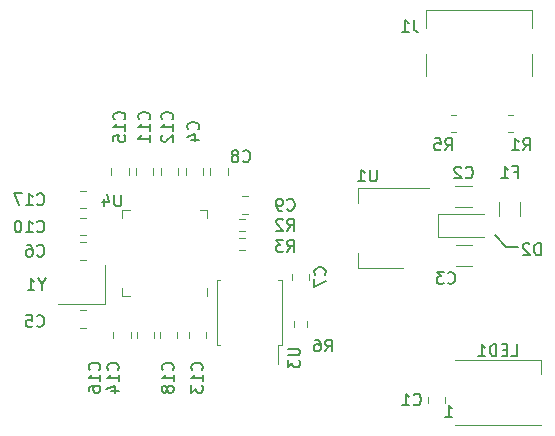
<source format=gbr>
%TF.GenerationSoftware,KiCad,Pcbnew,(6.0.7)*%
%TF.CreationDate,2022-09-06T16:20:22+10:00*%
%TF.ProjectId,SolderingInduction,536f6c64-6572-4696-9e67-496e64756374,3.0.0*%
%TF.SameCoordinates,PX7735940PY47868c0*%
%TF.FileFunction,Legend,Bot*%
%TF.FilePolarity,Positive*%
%FSLAX46Y46*%
G04 Gerber Fmt 4.6, Leading zero omitted, Abs format (unit mm)*
G04 Created by KiCad (PCBNEW (6.0.7)) date 2022-09-06 16:20:22*
%MOMM*%
%LPD*%
G01*
G04 APERTURE LIST*
%ADD10C,0.150000*%
%ADD11C,0.120000*%
G04 APERTURE END LIST*
D10*
X28900000Y525000D02*
X27925000Y1500000D01*
X29875000Y525000D02*
X28900000Y525000D01*
%TO.C,C7*%
X13537142Y-1833333D02*
X13584761Y-1785714D01*
X13632380Y-1642857D01*
X13632380Y-1547619D01*
X13584761Y-1404761D01*
X13489523Y-1309523D01*
X13394285Y-1261904D01*
X13203809Y-1214285D01*
X13060952Y-1214285D01*
X12870476Y-1261904D01*
X12775238Y-1309523D01*
X12680000Y-1404761D01*
X12632380Y-1547619D01*
X12632380Y-1642857D01*
X12680000Y-1785714D01*
X12727619Y-1833333D01*
X12632380Y-2166666D02*
X12632380Y-2833333D01*
X13632380Y-2404761D01*
%TO.C,R3*%
X10366666Y97620D02*
X10700000Y573810D01*
X10938095Y97620D02*
X10938095Y1097620D01*
X10557142Y1097620D01*
X10461904Y1050000D01*
X10414285Y1002381D01*
X10366666Y907143D01*
X10366666Y764286D01*
X10414285Y669048D01*
X10461904Y621429D01*
X10557142Y573810D01*
X10938095Y573810D01*
X10033333Y1097620D02*
X9414285Y1097620D01*
X9747619Y716667D01*
X9604761Y716667D01*
X9509523Y669048D01*
X9461904Y621429D01*
X9414285Y526191D01*
X9414285Y288096D01*
X9461904Y192858D01*
X9509523Y145239D01*
X9604761Y97620D01*
X9890476Y97620D01*
X9985714Y145239D01*
X10033333Y192858D01*
%TO.C,D2*%
X31813095Y-177380D02*
X31813095Y822620D01*
X31575000Y822620D01*
X31432142Y775000D01*
X31336904Y679762D01*
X31289285Y584524D01*
X31241666Y394048D01*
X31241666Y251191D01*
X31289285Y60715D01*
X31336904Y-34523D01*
X31432142Y-129761D01*
X31575000Y-177380D01*
X31813095Y-177380D01*
X30860714Y727381D02*
X30813095Y775000D01*
X30717857Y822620D01*
X30479761Y822620D01*
X30384523Y775000D01*
X30336904Y727381D01*
X30289285Y632143D01*
X30289285Y536905D01*
X30336904Y394048D01*
X30908333Y-177380D01*
X30289285Y-177380D01*
%TO.C,U1*%
X17936904Y7072620D02*
X17936904Y6263096D01*
X17889285Y6167858D01*
X17841666Y6120239D01*
X17746428Y6072620D01*
X17555952Y6072620D01*
X17460714Y6120239D01*
X17413095Y6167858D01*
X17365476Y6263096D01*
X17365476Y7072620D01*
X16365476Y6072620D02*
X16936904Y6072620D01*
X16651190Y6072620D02*
X16651190Y7072620D01*
X16746428Y6929762D01*
X16841666Y6834524D01*
X16936904Y6786905D01*
%TO.C,R2*%
X10366666Y1897620D02*
X10700000Y2373810D01*
X10938095Y1897620D02*
X10938095Y2897620D01*
X10557142Y2897620D01*
X10461904Y2850000D01*
X10414285Y2802381D01*
X10366666Y2707143D01*
X10366666Y2564286D01*
X10414285Y2469048D01*
X10461904Y2421429D01*
X10557142Y2373810D01*
X10938095Y2373810D01*
X9985714Y2802381D02*
X9938095Y2850000D01*
X9842857Y2897620D01*
X9604761Y2897620D01*
X9509523Y2850000D01*
X9461904Y2802381D01*
X9414285Y2707143D01*
X9414285Y2611905D01*
X9461904Y2469048D01*
X10033333Y1897620D01*
X9414285Y1897620D01*
%TO.C,U3*%
X10427380Y-8088095D02*
X11236904Y-8088095D01*
X11332142Y-8135714D01*
X11379761Y-8183333D01*
X11427380Y-8278571D01*
X11427380Y-8469047D01*
X11379761Y-8564285D01*
X11332142Y-8611904D01*
X11236904Y-8659523D01*
X10427380Y-8659523D01*
X10427380Y-9040476D02*
X10427380Y-9659523D01*
X10808333Y-9326190D01*
X10808333Y-9469047D01*
X10855952Y-9564285D01*
X10903571Y-9611904D01*
X10998809Y-9659523D01*
X11236904Y-9659523D01*
X11332142Y-9611904D01*
X11379761Y-9564285D01*
X11427380Y-9469047D01*
X11427380Y-9183333D01*
X11379761Y-9088095D01*
X11332142Y-9040476D01*
%TO.C,C14*%
X-3992858Y-9907142D02*
X-3945239Y-9859523D01*
X-3897620Y-9716666D01*
X-3897620Y-9621428D01*
X-3945239Y-9478571D01*
X-4040477Y-9383333D01*
X-4135715Y-9335714D01*
X-4326191Y-9288095D01*
X-4469048Y-9288095D01*
X-4659524Y-9335714D01*
X-4754762Y-9383333D01*
X-4850000Y-9478571D01*
X-4897620Y-9621428D01*
X-4897620Y-9716666D01*
X-4850000Y-9859523D01*
X-4802381Y-9907142D01*
X-3897620Y-10859523D02*
X-3897620Y-10288095D01*
X-3897620Y-10573809D02*
X-4897620Y-10573809D01*
X-4754762Y-10478571D01*
X-4659524Y-10383333D01*
X-4611905Y-10288095D01*
X-4564286Y-11716666D02*
X-3897620Y-11716666D01*
X-4945239Y-11478571D02*
X-4230953Y-11240476D01*
X-4230953Y-11859523D01*
%TO.C,C18*%
X657142Y-9907142D02*
X704761Y-9859523D01*
X752380Y-9716666D01*
X752380Y-9621428D01*
X704761Y-9478571D01*
X609523Y-9383333D01*
X514285Y-9335714D01*
X323809Y-9288095D01*
X180952Y-9288095D01*
X-9524Y-9335714D01*
X-104762Y-9383333D01*
X-200000Y-9478571D01*
X-247620Y-9621428D01*
X-247620Y-9716666D01*
X-200000Y-9859523D01*
X-152381Y-9907142D01*
X752380Y-10859523D02*
X752380Y-10288095D01*
X752380Y-10573809D02*
X-247620Y-10573809D01*
X-104762Y-10478571D01*
X-9524Y-10383333D01*
X38095Y-10288095D01*
X180952Y-11430952D02*
X133333Y-11335714D01*
X85714Y-11288095D01*
X-9524Y-11240476D01*
X-57143Y-11240476D01*
X-152381Y-11288095D01*
X-200000Y-11335714D01*
X-247620Y-11430952D01*
X-247620Y-11621428D01*
X-200000Y-11716666D01*
X-152381Y-11764285D01*
X-57143Y-11811904D01*
X-9524Y-11811904D01*
X85714Y-11764285D01*
X133333Y-11716666D01*
X180952Y-11621428D01*
X180952Y-11430952D01*
X228571Y-11335714D01*
X276190Y-11288095D01*
X371428Y-11240476D01*
X561904Y-11240476D01*
X657142Y-11288095D01*
X704761Y-11335714D01*
X752380Y-11430952D01*
X752380Y-11621428D01*
X704761Y-11716666D01*
X657142Y-11764285D01*
X561904Y-11811904D01*
X371428Y-11811904D01*
X276190Y-11764285D01*
X228571Y-11716666D01*
X180952Y-11621428D01*
%TO.C,LED1*%
X29319047Y-8727380D02*
X29795238Y-8727380D01*
X29795238Y-7727380D01*
X28985714Y-8203571D02*
X28652380Y-8203571D01*
X28509523Y-8727380D02*
X28985714Y-8727380D01*
X28985714Y-7727380D01*
X28509523Y-7727380D01*
X28080952Y-8727380D02*
X28080952Y-7727380D01*
X27842857Y-7727380D01*
X27700000Y-7775000D01*
X27604761Y-7870238D01*
X27557142Y-7965476D01*
X27509523Y-8155952D01*
X27509523Y-8298809D01*
X27557142Y-8489285D01*
X27604761Y-8584523D01*
X27700000Y-8679761D01*
X27842857Y-8727380D01*
X28080952Y-8727380D01*
X26557142Y-8727380D02*
X27128571Y-8727380D01*
X26842857Y-8727380D02*
X26842857Y-7727380D01*
X26938095Y-7870238D01*
X27033333Y-7965476D01*
X27128571Y-8013095D01*
X23764285Y-13852380D02*
X24335714Y-13852380D01*
X24050000Y-13852380D02*
X24050000Y-12852380D01*
X24145238Y-12995238D01*
X24240476Y-13090476D01*
X24335714Y-13138095D01*
%TO.C,C11*%
X-1342858Y11309525D02*
X-1295239Y11357144D01*
X-1247620Y11500001D01*
X-1247620Y11595239D01*
X-1295239Y11738096D01*
X-1390477Y11833334D01*
X-1485715Y11880953D01*
X-1676191Y11928572D01*
X-1819048Y11928572D01*
X-2009524Y11880953D01*
X-2104762Y11833334D01*
X-2200000Y11738096D01*
X-2247620Y11595239D01*
X-2247620Y11500001D01*
X-2200000Y11357144D01*
X-2152381Y11309525D01*
X-1247620Y10357144D02*
X-1247620Y10928572D01*
X-1247620Y10642858D02*
X-2247620Y10642858D01*
X-2104762Y10738096D01*
X-2009524Y10833334D01*
X-1961905Y10928572D01*
X-1247620Y9404763D02*
X-1247620Y9976191D01*
X-1247620Y9690477D02*
X-2247620Y9690477D01*
X-2104762Y9785715D01*
X-2009524Y9880953D01*
X-1961905Y9976191D01*
%TO.C,C15*%
X-3442858Y11309525D02*
X-3395239Y11357144D01*
X-3347620Y11500001D01*
X-3347620Y11595239D01*
X-3395239Y11738096D01*
X-3490477Y11833334D01*
X-3585715Y11880953D01*
X-3776191Y11928572D01*
X-3919048Y11928572D01*
X-4109524Y11880953D01*
X-4204762Y11833334D01*
X-4300000Y11738096D01*
X-4347620Y11595239D01*
X-4347620Y11500001D01*
X-4300000Y11357144D01*
X-4252381Y11309525D01*
X-3347620Y10357144D02*
X-3347620Y10928572D01*
X-3347620Y10642858D02*
X-4347620Y10642858D01*
X-4204762Y10738096D01*
X-4109524Y10833334D01*
X-4061905Y10928572D01*
X-4347620Y9452382D02*
X-4347620Y9928572D01*
X-3871429Y9976191D01*
X-3919048Y9928572D01*
X-3966667Y9833334D01*
X-3966667Y9595239D01*
X-3919048Y9500001D01*
X-3871429Y9452382D01*
X-3776191Y9404763D01*
X-3538096Y9404763D01*
X-3442858Y9452382D01*
X-3395239Y9500001D01*
X-3347620Y9595239D01*
X-3347620Y9833334D01*
X-3395239Y9928572D01*
X-3442858Y9976191D01*
%TO.C,C6*%
X-10807144Y-207142D02*
X-10759525Y-254761D01*
X-10616668Y-302380D01*
X-10521430Y-302380D01*
X-10378572Y-254761D01*
X-10283334Y-159523D01*
X-10235715Y-64285D01*
X-10188096Y126191D01*
X-10188096Y269048D01*
X-10235715Y459524D01*
X-10283334Y554762D01*
X-10378572Y650000D01*
X-10521430Y697620D01*
X-10616668Y697620D01*
X-10759525Y650000D01*
X-10807144Y602381D01*
X-11664287Y697620D02*
X-11473810Y697620D01*
X-11378572Y650000D01*
X-11330953Y602381D01*
X-11235715Y459524D01*
X-11188096Y269048D01*
X-11188096Y-111904D01*
X-11235715Y-207142D01*
X-11283334Y-254761D01*
X-11378572Y-302380D01*
X-11569049Y-302380D01*
X-11664287Y-254761D01*
X-11711906Y-207142D01*
X-11759525Y-111904D01*
X-11759525Y126191D01*
X-11711906Y221429D01*
X-11664287Y269048D01*
X-11569049Y316667D01*
X-11378572Y316667D01*
X-11283334Y269048D01*
X-11235715Y221429D01*
X-11188096Y126191D01*
%TO.C,Y1*%
X-10426191Y-2651190D02*
X-10426191Y-3127380D01*
X-10092858Y-2127380D02*
X-10426191Y-2651190D01*
X-10759524Y-2127380D01*
X-11616667Y-3127380D02*
X-11045239Y-3127380D01*
X-11330953Y-3127380D02*
X-11330953Y-2127380D01*
X-11235715Y-2270238D01*
X-11140477Y-2365476D01*
X-11045239Y-2413095D01*
%TO.C,C5*%
X-10833334Y-6157142D02*
X-10785715Y-6204761D01*
X-10642858Y-6252380D01*
X-10547620Y-6252380D01*
X-10404762Y-6204761D01*
X-10309524Y-6109523D01*
X-10261905Y-6014285D01*
X-10214286Y-5823809D01*
X-10214286Y-5680952D01*
X-10261905Y-5490476D01*
X-10309524Y-5395238D01*
X-10404762Y-5300000D01*
X-10547620Y-5252380D01*
X-10642858Y-5252380D01*
X-10785715Y-5300000D01*
X-10833334Y-5347619D01*
X-11738096Y-5252380D02*
X-11261905Y-5252380D01*
X-11214286Y-5728571D01*
X-11261905Y-5680952D01*
X-11357143Y-5633333D01*
X-11595239Y-5633333D01*
X-11690477Y-5680952D01*
X-11738096Y-5728571D01*
X-11785715Y-5823809D01*
X-11785715Y-6061904D01*
X-11738096Y-6157142D01*
X-11690477Y-6204761D01*
X-11595239Y-6252380D01*
X-11357143Y-6252380D01*
X-11261905Y-6204761D01*
X-11214286Y-6157142D01*
%TO.C,C9*%
X10366666Y3692858D02*
X10414285Y3645239D01*
X10557142Y3597620D01*
X10652380Y3597620D01*
X10795238Y3645239D01*
X10890476Y3740477D01*
X10938095Y3835715D01*
X10985714Y4026191D01*
X10985714Y4169048D01*
X10938095Y4359524D01*
X10890476Y4454762D01*
X10795238Y4550000D01*
X10652380Y4597620D01*
X10557142Y4597620D01*
X10414285Y4550000D01*
X10366666Y4502381D01*
X9890476Y3597620D02*
X9700000Y3597620D01*
X9604761Y3645239D01*
X9557142Y3692858D01*
X9461904Y3835715D01*
X9414285Y4026191D01*
X9414285Y4407143D01*
X9461904Y4502381D01*
X9509523Y4550000D01*
X9604761Y4597620D01*
X9795238Y4597620D01*
X9890476Y4550000D01*
X9938095Y4502381D01*
X9985714Y4407143D01*
X9985714Y4169048D01*
X9938095Y4073810D01*
X9890476Y4026191D01*
X9795238Y3978572D01*
X9604761Y3978572D01*
X9509523Y4026191D01*
X9461904Y4073810D01*
X9414285Y4169048D01*
%TO.C,R6*%
X13566666Y-8327380D02*
X13900000Y-7851190D01*
X14138095Y-8327380D02*
X14138095Y-7327380D01*
X13757142Y-7327380D01*
X13661904Y-7375000D01*
X13614285Y-7422619D01*
X13566666Y-7517857D01*
X13566666Y-7660714D01*
X13614285Y-7755952D01*
X13661904Y-7803571D01*
X13757142Y-7851190D01*
X14138095Y-7851190D01*
X12709523Y-7327380D02*
X12900000Y-7327380D01*
X12995238Y-7375000D01*
X13042857Y-7422619D01*
X13138095Y-7565476D01*
X13185714Y-7755952D01*
X13185714Y-8136904D01*
X13138095Y-8232142D01*
X13090476Y-8279761D01*
X12995238Y-8327380D01*
X12804761Y-8327380D01*
X12709523Y-8279761D01*
X12661904Y-8232142D01*
X12614285Y-8136904D01*
X12614285Y-7898809D01*
X12661904Y-7803571D01*
X12709523Y-7755952D01*
X12804761Y-7708333D01*
X12995238Y-7708333D01*
X13090476Y-7755952D01*
X13138095Y-7803571D01*
X13185714Y-7898809D01*
%TO.C,C3*%
X23966666Y-2507142D02*
X24014285Y-2554761D01*
X24157142Y-2602380D01*
X24252380Y-2602380D01*
X24395238Y-2554761D01*
X24490476Y-2459523D01*
X24538095Y-2364285D01*
X24585714Y-2173809D01*
X24585714Y-2030952D01*
X24538095Y-1840476D01*
X24490476Y-1745238D01*
X24395238Y-1650000D01*
X24252380Y-1602380D01*
X24157142Y-1602380D01*
X24014285Y-1650000D01*
X23966666Y-1697619D01*
X23633333Y-1602380D02*
X23014285Y-1602380D01*
X23347619Y-1983333D01*
X23204761Y-1983333D01*
X23109523Y-2030952D01*
X23061904Y-2078571D01*
X23014285Y-2173809D01*
X23014285Y-2411904D01*
X23061904Y-2507142D01*
X23109523Y-2554761D01*
X23204761Y-2602380D01*
X23490476Y-2602380D01*
X23585714Y-2554761D01*
X23633333Y-2507142D01*
%TO.C,C2*%
X25466666Y6417858D02*
X25514285Y6370239D01*
X25657142Y6322620D01*
X25752380Y6322620D01*
X25895238Y6370239D01*
X25990476Y6465477D01*
X26038095Y6560715D01*
X26085714Y6751191D01*
X26085714Y6894048D01*
X26038095Y7084524D01*
X25990476Y7179762D01*
X25895238Y7275000D01*
X25752380Y7322620D01*
X25657142Y7322620D01*
X25514285Y7275000D01*
X25466666Y7227381D01*
X25085714Y7227381D02*
X25038095Y7275000D01*
X24942857Y7322620D01*
X24704761Y7322620D01*
X24609523Y7275000D01*
X24561904Y7227381D01*
X24514285Y7132143D01*
X24514285Y7036905D01*
X24561904Y6894048D01*
X25133333Y6322620D01*
X24514285Y6322620D01*
%TO.C,R5*%
X23741666Y8697620D02*
X24075000Y9173810D01*
X24313095Y8697620D02*
X24313095Y9697620D01*
X23932142Y9697620D01*
X23836904Y9650000D01*
X23789285Y9602381D01*
X23741666Y9507143D01*
X23741666Y9364286D01*
X23789285Y9269048D01*
X23836904Y9221429D01*
X23932142Y9173810D01*
X24313095Y9173810D01*
X22836904Y9697620D02*
X23313095Y9697620D01*
X23360714Y9221429D01*
X23313095Y9269048D01*
X23217857Y9316667D01*
X22979761Y9316667D01*
X22884523Y9269048D01*
X22836904Y9221429D01*
X22789285Y9126191D01*
X22789285Y8888096D01*
X22836904Y8792858D01*
X22884523Y8745239D01*
X22979761Y8697620D01*
X23217857Y8697620D01*
X23313095Y8745239D01*
X23360714Y8792858D01*
%TO.C,C17*%
X-10807143Y4142858D02*
X-10759524Y4095239D01*
X-10616667Y4047620D01*
X-10521429Y4047620D01*
X-10378572Y4095239D01*
X-10283334Y4190477D01*
X-10235715Y4285715D01*
X-10188096Y4476191D01*
X-10188096Y4619048D01*
X-10235715Y4809524D01*
X-10283334Y4904762D01*
X-10378572Y5000000D01*
X-10521429Y5047620D01*
X-10616667Y5047620D01*
X-10759524Y5000000D01*
X-10807143Y4952381D01*
X-11759524Y4047620D02*
X-11188096Y4047620D01*
X-11473810Y4047620D02*
X-11473810Y5047620D01*
X-11378572Y4904762D01*
X-11283334Y4809524D01*
X-11188096Y4761905D01*
X-12092858Y5047620D02*
X-12759524Y5047620D01*
X-12330953Y4047620D01*
%TO.C,C1*%
X21066666Y-12807142D02*
X21114285Y-12854761D01*
X21257142Y-12902380D01*
X21352380Y-12902380D01*
X21495238Y-12854761D01*
X21590476Y-12759523D01*
X21638095Y-12664285D01*
X21685714Y-12473809D01*
X21685714Y-12330952D01*
X21638095Y-12140476D01*
X21590476Y-12045238D01*
X21495238Y-11950000D01*
X21352380Y-11902380D01*
X21257142Y-11902380D01*
X21114285Y-11950000D01*
X21066666Y-11997619D01*
X20114285Y-12902380D02*
X20685714Y-12902380D01*
X20400000Y-12902380D02*
X20400000Y-11902380D01*
X20495238Y-12045238D01*
X20590476Y-12140476D01*
X20685714Y-12188095D01*
%TO.C,C10*%
X-10807143Y1842858D02*
X-10759524Y1795239D01*
X-10616667Y1747620D01*
X-10521429Y1747620D01*
X-10378572Y1795239D01*
X-10283334Y1890477D01*
X-10235715Y1985715D01*
X-10188096Y2176191D01*
X-10188096Y2319048D01*
X-10235715Y2509524D01*
X-10283334Y2604762D01*
X-10378572Y2700000D01*
X-10521429Y2747620D01*
X-10616667Y2747620D01*
X-10759524Y2700000D01*
X-10807143Y2652381D01*
X-11759524Y1747620D02*
X-11188096Y1747620D01*
X-11473810Y1747620D02*
X-11473810Y2747620D01*
X-11378572Y2604762D01*
X-11283334Y2509524D01*
X-11188096Y2461905D01*
X-12378572Y2747620D02*
X-12473810Y2747620D01*
X-12569048Y2700000D01*
X-12616667Y2652381D01*
X-12664286Y2557143D01*
X-12711905Y2366667D01*
X-12711905Y2128572D01*
X-12664286Y1938096D01*
X-12616667Y1842858D01*
X-12569048Y1795239D01*
X-12473810Y1747620D01*
X-12378572Y1747620D01*
X-12283334Y1795239D01*
X-12235715Y1842858D01*
X-12188096Y1938096D01*
X-12140477Y2128572D01*
X-12140477Y2366667D01*
X-12188096Y2557143D01*
X-12235715Y2652381D01*
X-12283334Y2700000D01*
X-12378572Y2747620D01*
%TO.C,U4*%
X-3688096Y4947620D02*
X-3688096Y4138096D01*
X-3735715Y4042858D01*
X-3783334Y3995239D01*
X-3878572Y3947620D01*
X-4069048Y3947620D01*
X-4164286Y3995239D01*
X-4211905Y4042858D01*
X-4259524Y4138096D01*
X-4259524Y4947620D01*
X-5164286Y4614286D02*
X-5164286Y3947620D01*
X-4926191Y4995239D02*
X-4688096Y4280953D01*
X-5307143Y4280953D01*
%TO.C,J1*%
X21083333Y19747620D02*
X21083333Y19033334D01*
X21130952Y18890477D01*
X21226190Y18795239D01*
X21369047Y18747620D01*
X21464285Y18747620D01*
X20083333Y18747620D02*
X20654761Y18747620D01*
X20369047Y18747620D02*
X20369047Y19747620D01*
X20464285Y19604762D01*
X20559523Y19509524D01*
X20654761Y19461905D01*
%TO.C,F1*%
X29533333Y6871429D02*
X29866666Y6871429D01*
X29866666Y6347620D02*
X29866666Y7347620D01*
X29390476Y7347620D01*
X28485714Y6347620D02*
X29057142Y6347620D01*
X28771428Y6347620D02*
X28771428Y7347620D01*
X28866666Y7204762D01*
X28961904Y7109524D01*
X29057142Y7061905D01*
%TO.C,R1*%
X30341666Y8697620D02*
X30675000Y9173810D01*
X30913095Y8697620D02*
X30913095Y9697620D01*
X30532142Y9697620D01*
X30436904Y9650000D01*
X30389285Y9602381D01*
X30341666Y9507143D01*
X30341666Y9364286D01*
X30389285Y9269048D01*
X30436904Y9221429D01*
X30532142Y9173810D01*
X30913095Y9173810D01*
X29389285Y8697620D02*
X29960714Y8697620D01*
X29675000Y8697620D02*
X29675000Y9697620D01*
X29770238Y9554762D01*
X29865476Y9459524D01*
X29960714Y9411905D01*
%TO.C,C12*%
X607142Y11309525D02*
X654761Y11357144D01*
X702380Y11500001D01*
X702380Y11595239D01*
X654761Y11738096D01*
X559523Y11833334D01*
X464285Y11880953D01*
X273809Y11928572D01*
X130952Y11928572D01*
X-59524Y11880953D01*
X-154762Y11833334D01*
X-250000Y11738096D01*
X-297620Y11595239D01*
X-297620Y11500001D01*
X-250000Y11357144D01*
X-202381Y11309525D01*
X702380Y10357144D02*
X702380Y10928572D01*
X702380Y10642858D02*
X-297620Y10642858D01*
X-154762Y10738096D01*
X-59524Y10833334D01*
X-11905Y10928572D01*
X-202381Y9976191D02*
X-250000Y9928572D01*
X-297620Y9833334D01*
X-297620Y9595239D01*
X-250000Y9500001D01*
X-202381Y9452382D01*
X-107143Y9404763D01*
X-11905Y9404763D01*
X130952Y9452382D01*
X702380Y10023810D01*
X702380Y9404763D01*
%TO.C,C13*%
X3132142Y-9907142D02*
X3179761Y-9859523D01*
X3227380Y-9716666D01*
X3227380Y-9621428D01*
X3179761Y-9478571D01*
X3084523Y-9383333D01*
X2989285Y-9335714D01*
X2798809Y-9288095D01*
X2655952Y-9288095D01*
X2465476Y-9335714D01*
X2370238Y-9383333D01*
X2275000Y-9478571D01*
X2227380Y-9621428D01*
X2227380Y-9716666D01*
X2275000Y-9859523D01*
X2322619Y-9907142D01*
X3227380Y-10859523D02*
X3227380Y-10288095D01*
X3227380Y-10573809D02*
X2227380Y-10573809D01*
X2370238Y-10478571D01*
X2465476Y-10383333D01*
X2513095Y-10288095D01*
X2227380Y-11192857D02*
X2227380Y-11811904D01*
X2608333Y-11478571D01*
X2608333Y-11621428D01*
X2655952Y-11716666D01*
X2703571Y-11764285D01*
X2798809Y-11811904D01*
X3036904Y-11811904D01*
X3132142Y-11764285D01*
X3179761Y-11716666D01*
X3227380Y-11621428D01*
X3227380Y-11335714D01*
X3179761Y-11240476D01*
X3132142Y-11192857D01*
%TO.C,C16*%
X-5542858Y-9907142D02*
X-5495239Y-9859523D01*
X-5447620Y-9716666D01*
X-5447620Y-9621428D01*
X-5495239Y-9478571D01*
X-5590477Y-9383333D01*
X-5685715Y-9335714D01*
X-5876191Y-9288095D01*
X-6019048Y-9288095D01*
X-6209524Y-9335714D01*
X-6304762Y-9383333D01*
X-6400000Y-9478571D01*
X-6447620Y-9621428D01*
X-6447620Y-9716666D01*
X-6400000Y-9859523D01*
X-6352381Y-9907142D01*
X-5447620Y-10859523D02*
X-5447620Y-10288095D01*
X-5447620Y-10573809D02*
X-6447620Y-10573809D01*
X-6304762Y-10478571D01*
X-6209524Y-10383333D01*
X-6161905Y-10288095D01*
X-6447620Y-11716666D02*
X-6447620Y-11526190D01*
X-6400000Y-11430952D01*
X-6352381Y-11383333D01*
X-6209524Y-11288095D01*
X-6019048Y-11240476D01*
X-5638096Y-11240476D01*
X-5542858Y-11288095D01*
X-5495239Y-11335714D01*
X-5447620Y-11430952D01*
X-5447620Y-11621428D01*
X-5495239Y-11716666D01*
X-5542858Y-11764285D01*
X-5638096Y-11811904D01*
X-5876191Y-11811904D01*
X-5971429Y-11764285D01*
X-6019048Y-11716666D01*
X-6066667Y-11621428D01*
X-6066667Y-11430952D01*
X-6019048Y-11335714D01*
X-5971429Y-11288095D01*
X-5876191Y-11240476D01*
%TO.C,C4*%
X2807142Y10466667D02*
X2854761Y10514286D01*
X2902380Y10657143D01*
X2902380Y10752381D01*
X2854761Y10895239D01*
X2759523Y10990477D01*
X2664285Y11038096D01*
X2473809Y11085715D01*
X2330952Y11085715D01*
X2140476Y11038096D01*
X2045238Y10990477D01*
X1950000Y10895239D01*
X1902380Y10752381D01*
X1902380Y10657143D01*
X1950000Y10514286D01*
X1997619Y10466667D01*
X2235714Y9609524D02*
X2902380Y9609524D01*
X1854761Y9847620D02*
X2569047Y10085715D01*
X2569047Y9466667D01*
%TO.C,C8*%
X6616666Y7792858D02*
X6664285Y7745239D01*
X6807142Y7697620D01*
X6902380Y7697620D01*
X7045238Y7745239D01*
X7140476Y7840477D01*
X7188095Y7935715D01*
X7235714Y8126191D01*
X7235714Y8269048D01*
X7188095Y8459524D01*
X7140476Y8554762D01*
X7045238Y8650000D01*
X6902380Y8697620D01*
X6807142Y8697620D01*
X6664285Y8650000D01*
X6616666Y8602381D01*
X6045238Y8269048D02*
X6140476Y8316667D01*
X6188095Y8364286D01*
X6235714Y8459524D01*
X6235714Y8507143D01*
X6188095Y8602381D01*
X6140476Y8650000D01*
X6045238Y8697620D01*
X5854761Y8697620D01*
X5759523Y8650000D01*
X5711904Y8602381D01*
X5664285Y8507143D01*
X5664285Y8459524D01*
X5711904Y8364286D01*
X5759523Y8316667D01*
X5854761Y8269048D01*
X6045238Y8269048D01*
X6140476Y8221429D01*
X6188095Y8173810D01*
X6235714Y8078572D01*
X6235714Y7888096D01*
X6188095Y7792858D01*
X6140476Y7745239D01*
X6045238Y7697620D01*
X5854761Y7697620D01*
X5759523Y7745239D01*
X5711904Y7792858D01*
X5664285Y7888096D01*
X5664285Y8078572D01*
X5711904Y8173810D01*
X5759523Y8221429D01*
X5854761Y8269048D01*
D11*
%TO.C,C7*%
X10765000Y-2261252D02*
X10765000Y-1738748D01*
X12235000Y-2261252D02*
X12235000Y-1738748D01*
%TO.C,R3*%
X6787258Y1272500D02*
X6312742Y1272500D01*
X6787258Y227500D02*
X6312742Y227500D01*
%TO.C,D2*%
X23130000Y1320000D02*
X23130000Y3320000D01*
X23130000Y3320000D02*
X27030000Y3320000D01*
X23130000Y1320000D02*
X27030000Y1320000D01*
%TO.C,U1*%
X22390000Y5530000D02*
X16380000Y5530000D01*
X16380000Y-1290000D02*
X16380000Y-30000D01*
X20140000Y-1290000D02*
X16380000Y-1290000D01*
X16380000Y5530000D02*
X16380000Y4270000D01*
%TO.C,R2*%
X6787258Y1827500D02*
X6312742Y1827500D01*
X6787258Y2872500D02*
X6312742Y2872500D01*
%TO.C,U3*%
X9625001Y-7757167D02*
X9625001Y-9432167D01*
X4435001Y-5032167D02*
X4435001Y-2307167D01*
X9885001Y-5032167D02*
X9885001Y-2307167D01*
X4435001Y-7757167D02*
X4695001Y-7757167D01*
X4435001Y-2307167D02*
X4695001Y-2307167D01*
X9885001Y-5032167D02*
X9885001Y-7757167D01*
X4435001Y-5032167D02*
X4435001Y-7757167D01*
X9885001Y-7757167D02*
X9625001Y-7757167D01*
X9885001Y-2307167D02*
X9625001Y-2307167D01*
%TO.C,C14*%
X-2394812Y-6670830D02*
X-2394812Y-7193334D01*
X-924812Y-6670830D02*
X-924812Y-7193334D01*
%TO.C,C18*%
X-414913Y-6670830D02*
X-414913Y-7193334D01*
X1055087Y-6670830D02*
X1055087Y-7193334D01*
%TO.C,LED1*%
X24550000Y-9050000D02*
X31850000Y-9050000D01*
X31850000Y-9050000D02*
X31850000Y-10200000D01*
X24550000Y-14550000D02*
X31850000Y-14550000D01*
%TO.C,C11*%
X-965000Y6638748D02*
X-965000Y7161252D01*
X-2435000Y6638748D02*
X-2435000Y7161252D01*
%TO.C,C15*%
X-4535000Y6638748D02*
X-4535000Y7161252D01*
X-3065000Y6638748D02*
X-3065000Y7161252D01*
%TO.C,C6*%
X-6638748Y-575000D02*
X-7161252Y-575000D01*
X-6638748Y895000D02*
X-7161252Y895000D01*
%TO.C,Y1*%
X-5033823Y-1039441D02*
X-5033823Y-4339441D01*
X-5033823Y-4339441D02*
X-9033823Y-4339441D01*
%TO.C,C5*%
X-6638748Y-6335000D02*
X-7161252Y-6335000D01*
X-6638748Y-4865000D02*
X-7161252Y-4865000D01*
%TO.C,C9*%
X6498751Y4802833D02*
X7021255Y4802833D01*
X6498751Y3332833D02*
X7021255Y3332833D01*
%TO.C,R6*%
X10977500Y-6237258D02*
X10977500Y-5762742D01*
X12022500Y-6237258D02*
X12022500Y-5762742D01*
%TO.C,C3*%
X24618748Y-1110000D02*
X26041252Y-1110000D01*
X24618748Y710000D02*
X26041252Y710000D01*
%TO.C,C2*%
X24608747Y5690000D02*
X26031251Y5690000D01*
X24608747Y3870000D02*
X26031251Y3870000D01*
%TO.C,R5*%
X24687064Y11705000D02*
X24232936Y11705000D01*
X24687064Y10235000D02*
X24232936Y10235000D01*
%TO.C,C17*%
X-6631150Y3788048D02*
X-7153654Y3788048D01*
X-6631150Y5258048D02*
X-7153654Y5258048D01*
%TO.C,C1*%
X22255000Y-12711252D02*
X22255000Y-12188748D01*
X23725000Y-12711252D02*
X23725000Y-12188748D01*
%TO.C,C10*%
X-6631150Y1525306D02*
X-7153654Y1525306D01*
X-6631150Y2995306D02*
X-7153654Y2995306D01*
%TO.C,U4*%
X-3610000Y-3610000D02*
X-2960000Y-3610000D01*
X-3610000Y3610000D02*
X-2960000Y3610000D01*
X-3610000Y-2960000D02*
X-3610000Y-3610000D01*
X3610000Y-2960000D02*
X3610000Y-3610000D01*
X-3610000Y2960000D02*
X-3610000Y3610000D01*
X3610000Y3610000D02*
X2960000Y3610000D01*
X3610000Y2960000D02*
X3610000Y3610000D01*
%TO.C,J1*%
X31095000Y20540000D02*
X22155000Y20540000D01*
X22155000Y15030000D02*
X22155000Y16830000D01*
X22155000Y20540000D02*
X22155000Y19080000D01*
X31095000Y15030000D02*
X31095000Y16830000D01*
X31095000Y20540000D02*
X31095000Y19080000D01*
%TO.C,F1*%
X30100000Y4312064D02*
X30100000Y3107936D01*
X28280000Y4312064D02*
X28280000Y3107936D01*
%TO.C,R1*%
X29062936Y11705000D02*
X29517064Y11705000D01*
X29062936Y10235000D02*
X29517064Y10235000D01*
%TO.C,C12*%
X1135000Y6638748D02*
X1135000Y7161252D01*
X-335000Y6638748D02*
X-335000Y7161252D01*
%TO.C,C13*%
X2025003Y-6668433D02*
X2025003Y-7190937D01*
X3495003Y-6668433D02*
X3495003Y-7190937D01*
%TO.C,C16*%
X-2904711Y-6670830D02*
X-2904711Y-7193334D01*
X-4374711Y-6670830D02*
X-4374711Y-7193334D01*
%TO.C,C4*%
X3235000Y6638748D02*
X3235000Y7161252D01*
X1765000Y6638748D02*
X1765000Y7161252D01*
%TO.C,C8*%
X3865000Y6638748D02*
X3865000Y7161252D01*
X5335000Y6638748D02*
X5335000Y7161252D01*
%TD*%
M02*

</source>
